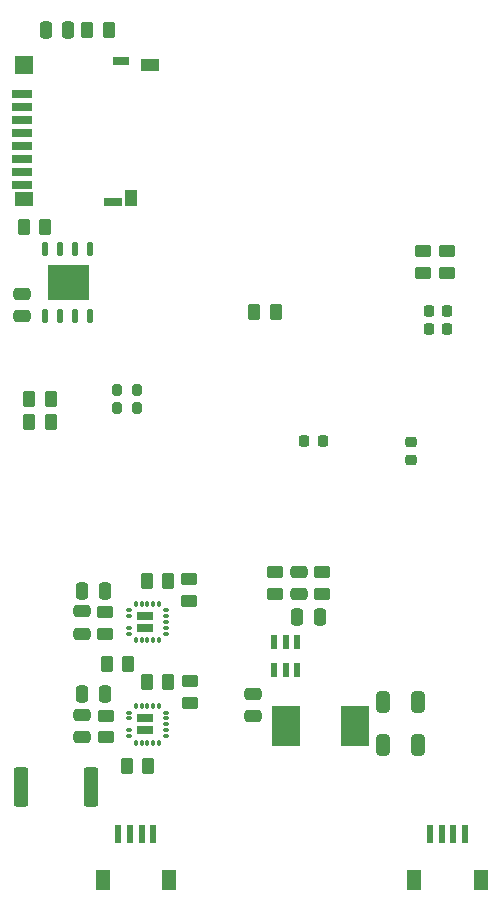
<source format=gbr>
%TF.GenerationSoftware,KiCad,Pcbnew,7.0.5*%
%TF.CreationDate,2023-07-17T20:29:58+05:30*%
%TF.ProjectId,Flight_Computer,466c6967-6874-45f4-936f-6d7075746572,rev?*%
%TF.SameCoordinates,Original*%
%TF.FileFunction,Paste,Bot*%
%TF.FilePolarity,Positive*%
%FSLAX46Y46*%
G04 Gerber Fmt 4.6, Leading zero omitted, Abs format (unit mm)*
G04 Created by KiCad (PCBNEW 7.0.5) date 2023-07-17 20:29:58*
%MOMM*%
%LPD*%
G01*
G04 APERTURE LIST*
G04 Aperture macros list*
%AMRoundRect*
0 Rectangle with rounded corners*
0 $1 Rounding radius*
0 $2 $3 $4 $5 $6 $7 $8 $9 X,Y pos of 4 corners*
0 Add a 4 corners polygon primitive as box body*
4,1,4,$2,$3,$4,$5,$6,$7,$8,$9,$2,$3,0*
0 Add four circle primitives for the rounded corners*
1,1,$1+$1,$2,$3*
1,1,$1+$1,$4,$5*
1,1,$1+$1,$6,$7*
1,1,$1+$1,$8,$9*
0 Add four rect primitives between the rounded corners*
20,1,$1+$1,$2,$3,$4,$5,0*
20,1,$1+$1,$4,$5,$6,$7,0*
20,1,$1+$1,$6,$7,$8,$9,0*
20,1,$1+$1,$8,$9,$2,$3,0*%
G04 Aperture macros list end*
%ADD10C,0.100000*%
%ADD11RoundRect,0.026400X-0.193600X0.523600X-0.193600X-0.523600X0.193600X-0.523600X0.193600X0.523600X0*%
%ADD12RoundRect,0.250000X-0.262500X-0.450000X0.262500X-0.450000X0.262500X0.450000X-0.262500X0.450000X0*%
%ADD13RoundRect,0.250000X-0.450000X0.262500X-0.450000X-0.262500X0.450000X-0.262500X0.450000X0.262500X0*%
%ADD14RoundRect,0.250000X0.262500X0.450000X-0.262500X0.450000X-0.262500X-0.450000X0.262500X-0.450000X0*%
%ADD15O,0.300000X0.650000*%
%ADD16O,0.650000X0.300000*%
%ADD17R,1.350000X0.800000*%
%ADD18RoundRect,0.250000X0.475000X-0.250000X0.475000X0.250000X-0.475000X0.250000X-0.475000X-0.250000X0*%
%ADD19RoundRect,0.250000X-0.475000X0.250000X-0.475000X-0.250000X0.475000X-0.250000X0.475000X0.250000X0*%
%ADD20RoundRect,0.200000X0.200000X0.275000X-0.200000X0.275000X-0.200000X-0.275000X0.200000X-0.275000X0*%
%ADD21RoundRect,0.250000X0.450000X-0.262500X0.450000X0.262500X-0.450000X0.262500X-0.450000X-0.262500X0*%
%ADD22RoundRect,0.225000X-0.225000X-0.250000X0.225000X-0.250000X0.225000X0.250000X-0.225000X0.250000X0*%
%ADD23R,0.550000X1.240000*%
%ADD24RoundRect,0.250000X0.250000X0.475000X-0.250000X0.475000X-0.250000X-0.475000X0.250000X-0.475000X0*%
%ADD25RoundRect,0.250000X0.362500X1.425000X-0.362500X1.425000X-0.362500X-1.425000X0.362500X-1.425000X0*%
%ADD26RoundRect,0.250000X-0.325000X-0.650000X0.325000X-0.650000X0.325000X0.650000X-0.325000X0.650000X0*%
%ADD27R,2.463800X3.352800*%
%ADD28RoundRect,0.225000X0.250000X-0.225000X0.250000X0.225000X-0.250000X0.225000X-0.250000X-0.225000X0*%
%ADD29R,1.750000X0.800000*%
%ADD30R,1.500000X1.300000*%
%ADD31R,1.500000X1.500000*%
%ADD32R,1.500000X0.800000*%
%ADD33R,1.400000X0.800000*%
%ADD34R,1.550000X1.000000*%
%ADD35R,1.000000X1.450000*%
%ADD36RoundRect,0.250000X-0.250000X-0.475000X0.250000X-0.475000X0.250000X0.475000X-0.250000X0.475000X0*%
%ADD37R,0.600000X1.550000*%
%ADD38R,1.200000X1.800000*%
G04 APERTURE END LIST*
%TO.C,U5*%
D10*
X133650000Y-103975000D02*
X130250000Y-103975000D01*
X130250000Y-101075000D01*
X133650000Y-101075000D01*
X133650000Y-103975000D01*
G36*
X133650000Y-103975000D02*
G01*
X130250000Y-103975000D01*
X130250000Y-101075000D01*
X133650000Y-101075000D01*
X133650000Y-103975000D01*
G37*
%TD*%
D11*
%TO.C,U5*%
X130045000Y-99760000D03*
X131315000Y-99760000D03*
X132585000Y-99760000D03*
X133855000Y-99760000D03*
X133855000Y-105390000D03*
X132585000Y-105390000D03*
X131315000Y-105390000D03*
X130045000Y-105390000D03*
%TD*%
D12*
%TO.C,R26*%
X128687500Y-114400000D03*
X130512500Y-114400000D03*
%TD*%
D13*
%TO.C,R24*%
X153500000Y-127112500D03*
X153500000Y-128937500D03*
%TD*%
D14*
%TO.C,R4*%
X149562500Y-105100000D03*
X147737500Y-105100000D03*
%TD*%
D15*
%TO.C,U13*%
X137700000Y-129775000D03*
X138200000Y-129775000D03*
X138700000Y-129775000D03*
X139200000Y-129775000D03*
X139700000Y-129775000D03*
D16*
X140250000Y-130325000D03*
X140250000Y-130825000D03*
X140250000Y-131325000D03*
X140250000Y-131825000D03*
X140250000Y-132325000D03*
D15*
X139700000Y-132875000D03*
X139200000Y-132875000D03*
X138700000Y-132875000D03*
X138200000Y-132875000D03*
X137700000Y-132875000D03*
D16*
X137150000Y-132325000D03*
X137150000Y-131825000D03*
X137150000Y-130825000D03*
X137150000Y-130325000D03*
D17*
X138530000Y-131825000D03*
X138530000Y-130825000D03*
%TD*%
D18*
%TO.C,C10*%
X128100000Y-105425000D03*
X128100000Y-103525000D03*
%TD*%
D12*
%TO.C,R7*%
X133587500Y-81225000D03*
X135412500Y-81225000D03*
%TD*%
%TO.C,R12*%
X138650000Y-136425000D03*
X140475000Y-136425000D03*
%TD*%
D19*
%TO.C,C17*%
X147600000Y-137375000D03*
X147600000Y-139275000D03*
%TD*%
D20*
%TO.C,R6*%
X137775000Y-113200000D03*
X136125000Y-113200000D03*
%TD*%
D21*
%TO.C,R14*%
X135150000Y-141062500D03*
X135150000Y-139237500D03*
%TD*%
D12*
%TO.C,R18*%
X135237500Y-134900000D03*
X137062500Y-134900000D03*
%TD*%
D22*
%TO.C,C4*%
X162525000Y-105000000D03*
X164075000Y-105000000D03*
%TD*%
D23*
%TO.C,U2*%
X149454000Y-133015000D03*
X150404000Y-133015000D03*
X151354000Y-133015000D03*
X151354000Y-135385000D03*
X150404000Y-135385000D03*
X149454000Y-135385000D03*
%TD*%
D21*
%TO.C,R15*%
X135125000Y-132287500D03*
X135125000Y-130462500D03*
%TD*%
D24*
%TO.C,C25*%
X135100000Y-137425000D03*
X133200000Y-137425000D03*
%TD*%
D12*
%TO.C,R13*%
X138637500Y-127800000D03*
X140462500Y-127800000D03*
%TD*%
D25*
%TO.C,R19*%
X133887500Y-145250000D03*
X127962500Y-145250000D03*
%TD*%
D12*
%TO.C,R5*%
X128212500Y-97850000D03*
X130037500Y-97850000D03*
%TD*%
D21*
%TO.C,R2*%
X162050000Y-101762500D03*
X162050000Y-99937500D03*
%TD*%
D26*
%TO.C,C20*%
X158675000Y-138100000D03*
X161625000Y-138100000D03*
%TD*%
D22*
%TO.C,C5*%
X162525000Y-106525000D03*
X164075000Y-106525000D03*
%TD*%
D27*
%TO.C,L1*%
X150429000Y-140125000D03*
X156271000Y-140125000D03*
%TD*%
D28*
%TO.C,C1*%
X161000000Y-117625000D03*
X161000000Y-116075000D03*
%TD*%
D24*
%TO.C,C26*%
X135075000Y-128650000D03*
X133175000Y-128650000D03*
%TD*%
D21*
%TO.C,R10*%
X142300000Y-138137500D03*
X142300000Y-136312500D03*
%TD*%
D22*
%TO.C,C14*%
X151975000Y-116000000D03*
X153525000Y-116000000D03*
%TD*%
D19*
%TO.C,C8*%
X151500000Y-127050000D03*
X151500000Y-128950000D03*
%TD*%
D24*
%TO.C,C7*%
X132000000Y-81175000D03*
X130100000Y-81175000D03*
%TD*%
D18*
%TO.C,C28*%
X133125000Y-132300000D03*
X133125000Y-130400000D03*
%TD*%
D21*
%TO.C,R11*%
X142250000Y-129537500D03*
X142250000Y-127712500D03*
%TD*%
D12*
%TO.C,R17*%
X136937500Y-143525000D03*
X138762500Y-143525000D03*
%TD*%
D29*
%TO.C,U10*%
X128100000Y-86575000D03*
X128100000Y-87675000D03*
X128100000Y-88775000D03*
X128100000Y-89875000D03*
X128100000Y-90975000D03*
X128100000Y-92075000D03*
X128100000Y-93175000D03*
X128100000Y-94275000D03*
D30*
X128225000Y-95475000D03*
D31*
X128225000Y-84125000D03*
D32*
X135825000Y-95725000D03*
D33*
X136475000Y-83775000D03*
D34*
X138900000Y-84175000D03*
D35*
X137325000Y-95400000D03*
%TD*%
D26*
%TO.C,C21*%
X158675000Y-141725000D03*
X161625000Y-141725000D03*
%TD*%
D15*
%TO.C,U12*%
X137700000Y-138425000D03*
X138200000Y-138425000D03*
X138700000Y-138425000D03*
X139200000Y-138425000D03*
X139700000Y-138425000D03*
D16*
X140250000Y-138975000D03*
X140250000Y-139475000D03*
X140250000Y-139975000D03*
X140250000Y-140475000D03*
X140250000Y-140975000D03*
D15*
X139700000Y-141525000D03*
X139200000Y-141525000D03*
X138700000Y-141525000D03*
X138200000Y-141525000D03*
X137700000Y-141525000D03*
D16*
X137150000Y-140975000D03*
X137150000Y-140475000D03*
X137150000Y-139475000D03*
X137150000Y-138975000D03*
D17*
X138530000Y-140475000D03*
X138530000Y-139475000D03*
%TD*%
D36*
%TO.C,C15*%
X151375000Y-130925000D03*
X153275000Y-130925000D03*
%TD*%
D21*
%TO.C,R25*%
X149500000Y-128937500D03*
X149500000Y-127112500D03*
%TD*%
D37*
%TO.C,HD5*%
X165600000Y-149250000D03*
X164600000Y-149250000D03*
X163600000Y-149250000D03*
X162600000Y-149250000D03*
D38*
X166900000Y-153125000D03*
X161300000Y-153125000D03*
%TD*%
D21*
%TO.C,R1*%
X164025000Y-101762500D03*
X164025000Y-99937500D03*
%TD*%
D37*
%TO.C,HD6*%
X139200000Y-149250000D03*
X138200000Y-149250000D03*
X137200000Y-149250000D03*
X136200000Y-149250000D03*
D38*
X140500000Y-153125000D03*
X134900000Y-153125000D03*
%TD*%
D20*
%TO.C,R8*%
X137800000Y-111650000D03*
X136150000Y-111650000D03*
%TD*%
D18*
%TO.C,C27*%
X133150000Y-141075000D03*
X133150000Y-139175000D03*
%TD*%
D14*
%TO.C,R27*%
X130512500Y-112450000D03*
X128687500Y-112450000D03*
%TD*%
M02*

</source>
